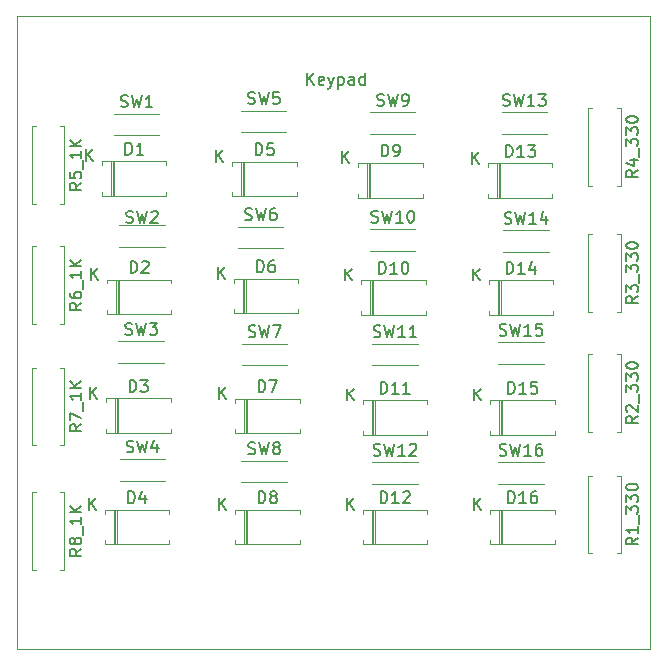
<source format=gbr>
%TF.GenerationSoftware,KiCad,Pcbnew,(6.0.10)*%
%TF.CreationDate,2023-01-21T21:44:47-06:00*%
%TF.ProjectId,Keypad,4b657970-6164-42e6-9b69-6361645f7063,rev?*%
%TF.SameCoordinates,Original*%
%TF.FileFunction,Legend,Top*%
%TF.FilePolarity,Positive*%
%FSLAX46Y46*%
G04 Gerber Fmt 4.6, Leading zero omitted, Abs format (unit mm)*
G04 Created by KiCad (PCBNEW (6.0.10)) date 2023-01-21 21:44:47*
%MOMM*%
%LPD*%
G01*
G04 APERTURE LIST*
%ADD10C,0.150000*%
%ADD11C,0.120000*%
G04 APERTURE END LIST*
D10*
%TO.C,D8*%
X131494304Y-85282180D02*
X131494304Y-84282180D01*
X131732400Y-84282180D01*
X131875257Y-84329800D01*
X131970495Y-84425038D01*
X132018114Y-84520276D01*
X132065733Y-84710752D01*
X132065733Y-84853609D01*
X132018114Y-85044085D01*
X131970495Y-85139323D01*
X131875257Y-85234561D01*
X131732400Y-85282180D01*
X131494304Y-85282180D01*
X132637161Y-84710752D02*
X132541923Y-84663133D01*
X132494304Y-84615514D01*
X132446685Y-84520276D01*
X132446685Y-84472657D01*
X132494304Y-84377419D01*
X132541923Y-84329800D01*
X132637161Y-84282180D01*
X132827638Y-84282180D01*
X132922876Y-84329800D01*
X132970495Y-84377419D01*
X133018114Y-84472657D01*
X133018114Y-84520276D01*
X132970495Y-84615514D01*
X132922876Y-84663133D01*
X132827638Y-84710752D01*
X132637161Y-84710752D01*
X132541923Y-84758371D01*
X132494304Y-84805990D01*
X132446685Y-84901228D01*
X132446685Y-85091704D01*
X132494304Y-85186942D01*
X132541923Y-85234561D01*
X132637161Y-85282180D01*
X132827638Y-85282180D01*
X132922876Y-85234561D01*
X132970495Y-85186942D01*
X133018114Y-85091704D01*
X133018114Y-84901228D01*
X132970495Y-84805990D01*
X132922876Y-84758371D01*
X132827638Y-84710752D01*
X128160495Y-85852180D02*
X128160495Y-84852180D01*
X128731923Y-85852180D02*
X128303352Y-85280752D01*
X128731923Y-84852180D02*
X128160495Y-85423609D01*
%TO.C,SW12*%
X141217876Y-81212561D02*
X141360733Y-81260180D01*
X141598828Y-81260180D01*
X141694066Y-81212561D01*
X141741685Y-81164942D01*
X141789304Y-81069704D01*
X141789304Y-80974466D01*
X141741685Y-80879228D01*
X141694066Y-80831609D01*
X141598828Y-80783990D01*
X141408352Y-80736371D01*
X141313114Y-80688752D01*
X141265495Y-80641133D01*
X141217876Y-80545895D01*
X141217876Y-80450657D01*
X141265495Y-80355419D01*
X141313114Y-80307800D01*
X141408352Y-80260180D01*
X141646447Y-80260180D01*
X141789304Y-80307800D01*
X142122638Y-80260180D02*
X142360733Y-81260180D01*
X142551209Y-80545895D01*
X142741685Y-81260180D01*
X142979780Y-80260180D01*
X143884542Y-81260180D02*
X143313114Y-81260180D01*
X143598828Y-81260180D02*
X143598828Y-80260180D01*
X143503590Y-80403038D01*
X143408352Y-80498276D01*
X143313114Y-80545895D01*
X144265495Y-80355419D02*
X144313114Y-80307800D01*
X144408352Y-80260180D01*
X144646447Y-80260180D01*
X144741685Y-80307800D01*
X144789304Y-80355419D01*
X144836923Y-80450657D01*
X144836923Y-80545895D01*
X144789304Y-80688752D01*
X144217876Y-81260180D01*
X144836923Y-81260180D01*
%TO.C,D16*%
X152608114Y-85282180D02*
X152608114Y-84282180D01*
X152846209Y-84282180D01*
X152989066Y-84329800D01*
X153084304Y-84425038D01*
X153131923Y-84520276D01*
X153179542Y-84710752D01*
X153179542Y-84853609D01*
X153131923Y-85044085D01*
X153084304Y-85139323D01*
X152989066Y-85234561D01*
X152846209Y-85282180D01*
X152608114Y-85282180D01*
X154131923Y-85282180D02*
X153560495Y-85282180D01*
X153846209Y-85282180D02*
X153846209Y-84282180D01*
X153750971Y-84425038D01*
X153655733Y-84520276D01*
X153560495Y-84567895D01*
X154989066Y-84282180D02*
X154798590Y-84282180D01*
X154703352Y-84329800D01*
X154655733Y-84377419D01*
X154560495Y-84520276D01*
X154512876Y-84710752D01*
X154512876Y-85091704D01*
X154560495Y-85186942D01*
X154608114Y-85234561D01*
X154703352Y-85282180D01*
X154893828Y-85282180D01*
X154989066Y-85234561D01*
X155036685Y-85186942D01*
X155084304Y-85091704D01*
X155084304Y-84853609D01*
X155036685Y-84758371D01*
X154989066Y-84710752D01*
X154893828Y-84663133D01*
X154703352Y-84663133D01*
X154608114Y-84710752D01*
X154560495Y-84758371D01*
X154512876Y-84853609D01*
X149750495Y-85852180D02*
X149750495Y-84852180D01*
X150321923Y-85852180D02*
X149893352Y-85280752D01*
X150321923Y-84852180D02*
X149750495Y-85423609D01*
%TO.C,R1_330*%
X163604380Y-88209190D02*
X163128190Y-88542523D01*
X163604380Y-88780619D02*
X162604380Y-88780619D01*
X162604380Y-88399666D01*
X162652000Y-88304428D01*
X162699619Y-88256809D01*
X162794857Y-88209190D01*
X162937714Y-88209190D01*
X163032952Y-88256809D01*
X163080571Y-88304428D01*
X163128190Y-88399666D01*
X163128190Y-88780619D01*
X163604380Y-87256809D02*
X163604380Y-87828238D01*
X163604380Y-87542523D02*
X162604380Y-87542523D01*
X162747238Y-87637761D01*
X162842476Y-87733000D01*
X162890095Y-87828238D01*
X163699619Y-87066333D02*
X163699619Y-86304428D01*
X162604380Y-86161571D02*
X162604380Y-85542523D01*
X162985333Y-85875857D01*
X162985333Y-85733000D01*
X163032952Y-85637761D01*
X163080571Y-85590142D01*
X163175809Y-85542523D01*
X163413904Y-85542523D01*
X163509142Y-85590142D01*
X163556761Y-85637761D01*
X163604380Y-85733000D01*
X163604380Y-86018714D01*
X163556761Y-86113952D01*
X163509142Y-86161571D01*
X162604380Y-85209190D02*
X162604380Y-84590142D01*
X162985333Y-84923476D01*
X162985333Y-84780619D01*
X163032952Y-84685380D01*
X163080571Y-84637761D01*
X163175809Y-84590142D01*
X163413904Y-84590142D01*
X163509142Y-84637761D01*
X163556761Y-84685380D01*
X163604380Y-84780619D01*
X163604380Y-85066333D01*
X163556761Y-85161571D01*
X163509142Y-85209190D01*
X162604380Y-83971095D02*
X162604380Y-83875857D01*
X162652000Y-83780619D01*
X162699619Y-83733000D01*
X162794857Y-83685380D01*
X162985333Y-83637761D01*
X163223428Y-83637761D01*
X163413904Y-83685380D01*
X163509142Y-83733000D01*
X163556761Y-83780619D01*
X163604380Y-83875857D01*
X163604380Y-83971095D01*
X163556761Y-84066333D01*
X163509142Y-84113952D01*
X163413904Y-84161571D01*
X163223428Y-84209190D01*
X162985333Y-84209190D01*
X162794857Y-84161571D01*
X162699619Y-84113952D01*
X162652000Y-84066333D01*
X162604380Y-83971095D01*
%TO.C,D13*%
X152430314Y-55970580D02*
X152430314Y-54970580D01*
X152668409Y-54970580D01*
X152811266Y-55018200D01*
X152906504Y-55113438D01*
X152954123Y-55208676D01*
X153001742Y-55399152D01*
X153001742Y-55542009D01*
X152954123Y-55732485D01*
X152906504Y-55827723D01*
X152811266Y-55922961D01*
X152668409Y-55970580D01*
X152430314Y-55970580D01*
X153954123Y-55970580D02*
X153382695Y-55970580D01*
X153668409Y-55970580D02*
X153668409Y-54970580D01*
X153573171Y-55113438D01*
X153477933Y-55208676D01*
X153382695Y-55256295D01*
X154287457Y-54970580D02*
X154906504Y-54970580D01*
X154573171Y-55351533D01*
X154716028Y-55351533D01*
X154811266Y-55399152D01*
X154858885Y-55446771D01*
X154906504Y-55542009D01*
X154906504Y-55780104D01*
X154858885Y-55875342D01*
X154811266Y-55922961D01*
X154716028Y-55970580D01*
X154430314Y-55970580D01*
X154335076Y-55922961D01*
X154287457Y-55875342D01*
X149572695Y-56540580D02*
X149572695Y-55540580D01*
X150144123Y-56540580D02*
X149715552Y-55969152D01*
X150144123Y-55540580D02*
X149572695Y-56112009D01*
%TO.C,SW14*%
X152317676Y-61578361D02*
X152460533Y-61625980D01*
X152698628Y-61625980D01*
X152793866Y-61578361D01*
X152841485Y-61530742D01*
X152889104Y-61435504D01*
X152889104Y-61340266D01*
X152841485Y-61245028D01*
X152793866Y-61197409D01*
X152698628Y-61149790D01*
X152508152Y-61102171D01*
X152412914Y-61054552D01*
X152365295Y-61006933D01*
X152317676Y-60911695D01*
X152317676Y-60816457D01*
X152365295Y-60721219D01*
X152412914Y-60673600D01*
X152508152Y-60625980D01*
X152746247Y-60625980D01*
X152889104Y-60673600D01*
X153222438Y-60625980D02*
X153460533Y-61625980D01*
X153651009Y-60911695D01*
X153841485Y-61625980D01*
X154079580Y-60625980D01*
X154984342Y-61625980D02*
X154412914Y-61625980D01*
X154698628Y-61625980D02*
X154698628Y-60625980D01*
X154603390Y-60768838D01*
X154508152Y-60864076D01*
X154412914Y-60911695D01*
X155841485Y-60959314D02*
X155841485Y-61625980D01*
X155603390Y-60578361D02*
X155365295Y-61292647D01*
X155984342Y-61292647D01*
%TO.C,D7*%
X131494304Y-75884180D02*
X131494304Y-74884180D01*
X131732400Y-74884180D01*
X131875257Y-74931800D01*
X131970495Y-75027038D01*
X132018114Y-75122276D01*
X132065733Y-75312752D01*
X132065733Y-75455609D01*
X132018114Y-75646085D01*
X131970495Y-75741323D01*
X131875257Y-75836561D01*
X131732400Y-75884180D01*
X131494304Y-75884180D01*
X132399066Y-74884180D02*
X133065733Y-74884180D01*
X132637161Y-75884180D01*
X128160495Y-76454180D02*
X128160495Y-75454180D01*
X128731923Y-76454180D02*
X128303352Y-75882752D01*
X128731923Y-75454180D02*
X128160495Y-76025609D01*
%TO.C,SW6*%
X130340266Y-61273561D02*
X130483123Y-61321180D01*
X130721219Y-61321180D01*
X130816457Y-61273561D01*
X130864076Y-61225942D01*
X130911695Y-61130704D01*
X130911695Y-61035466D01*
X130864076Y-60940228D01*
X130816457Y-60892609D01*
X130721219Y-60844990D01*
X130530742Y-60797371D01*
X130435504Y-60749752D01*
X130387885Y-60702133D01*
X130340266Y-60606895D01*
X130340266Y-60511657D01*
X130387885Y-60416419D01*
X130435504Y-60368800D01*
X130530742Y-60321180D01*
X130768838Y-60321180D01*
X130911695Y-60368800D01*
X131245028Y-60321180D02*
X131483123Y-61321180D01*
X131673600Y-60606895D01*
X131864076Y-61321180D01*
X132102171Y-60321180D01*
X132911695Y-60321180D02*
X132721219Y-60321180D01*
X132625980Y-60368800D01*
X132578361Y-60416419D01*
X132483123Y-60559276D01*
X132435504Y-60749752D01*
X132435504Y-61130704D01*
X132483123Y-61225942D01*
X132530742Y-61273561D01*
X132625980Y-61321180D01*
X132816457Y-61321180D01*
X132911695Y-61273561D01*
X132959314Y-61225942D01*
X133006933Y-61130704D01*
X133006933Y-60892609D01*
X132959314Y-60797371D01*
X132911695Y-60749752D01*
X132816457Y-60702133D01*
X132625980Y-60702133D01*
X132530742Y-60749752D01*
X132483123Y-60797371D01*
X132435504Y-60892609D01*
%TO.C,SW9*%
X141516266Y-51596161D02*
X141659123Y-51643780D01*
X141897219Y-51643780D01*
X141992457Y-51596161D01*
X142040076Y-51548542D01*
X142087695Y-51453304D01*
X142087695Y-51358066D01*
X142040076Y-51262828D01*
X141992457Y-51215209D01*
X141897219Y-51167590D01*
X141706742Y-51119971D01*
X141611504Y-51072352D01*
X141563885Y-51024733D01*
X141516266Y-50929495D01*
X141516266Y-50834257D01*
X141563885Y-50739019D01*
X141611504Y-50691400D01*
X141706742Y-50643780D01*
X141944838Y-50643780D01*
X142087695Y-50691400D01*
X142421028Y-50643780D02*
X142659123Y-51643780D01*
X142849600Y-50929495D01*
X143040076Y-51643780D01*
X143278171Y-50643780D01*
X143706742Y-51643780D02*
X143897219Y-51643780D01*
X143992457Y-51596161D01*
X144040076Y-51548542D01*
X144135314Y-51405685D01*
X144182933Y-51215209D01*
X144182933Y-50834257D01*
X144135314Y-50739019D01*
X144087695Y-50691400D01*
X143992457Y-50643780D01*
X143801980Y-50643780D01*
X143706742Y-50691400D01*
X143659123Y-50739019D01*
X143611504Y-50834257D01*
X143611504Y-51072352D01*
X143659123Y-51167590D01*
X143706742Y-51215209D01*
X143801980Y-51262828D01*
X143992457Y-51262828D01*
X144087695Y-51215209D01*
X144135314Y-51167590D01*
X144182933Y-51072352D01*
%TO.C,D6*%
X131367304Y-65724180D02*
X131367304Y-64724180D01*
X131605400Y-64724180D01*
X131748257Y-64771800D01*
X131843495Y-64867038D01*
X131891114Y-64962276D01*
X131938733Y-65152752D01*
X131938733Y-65295609D01*
X131891114Y-65486085D01*
X131843495Y-65581323D01*
X131748257Y-65676561D01*
X131605400Y-65724180D01*
X131367304Y-65724180D01*
X132795876Y-64724180D02*
X132605400Y-64724180D01*
X132510161Y-64771800D01*
X132462542Y-64819419D01*
X132367304Y-64962276D01*
X132319685Y-65152752D01*
X132319685Y-65533704D01*
X132367304Y-65628942D01*
X132414923Y-65676561D01*
X132510161Y-65724180D01*
X132700638Y-65724180D01*
X132795876Y-65676561D01*
X132843495Y-65628942D01*
X132891114Y-65533704D01*
X132891114Y-65295609D01*
X132843495Y-65200371D01*
X132795876Y-65152752D01*
X132700638Y-65105133D01*
X132510161Y-65105133D01*
X132414923Y-65152752D01*
X132367304Y-65200371D01*
X132319685Y-65295609D01*
X128033495Y-66294180D02*
X128033495Y-65294180D01*
X128604923Y-66294180D02*
X128176352Y-65722752D01*
X128604923Y-65294180D02*
X128033495Y-65865609D01*
%TO.C,SW11*%
X141217876Y-71179561D02*
X141360733Y-71227180D01*
X141598828Y-71227180D01*
X141694066Y-71179561D01*
X141741685Y-71131942D01*
X141789304Y-71036704D01*
X141789304Y-70941466D01*
X141741685Y-70846228D01*
X141694066Y-70798609D01*
X141598828Y-70750990D01*
X141408352Y-70703371D01*
X141313114Y-70655752D01*
X141265495Y-70608133D01*
X141217876Y-70512895D01*
X141217876Y-70417657D01*
X141265495Y-70322419D01*
X141313114Y-70274800D01*
X141408352Y-70227180D01*
X141646447Y-70227180D01*
X141789304Y-70274800D01*
X142122638Y-70227180D02*
X142360733Y-71227180D01*
X142551209Y-70512895D01*
X142741685Y-71227180D01*
X142979780Y-70227180D01*
X143884542Y-71227180D02*
X143313114Y-71227180D01*
X143598828Y-71227180D02*
X143598828Y-70227180D01*
X143503590Y-70370038D01*
X143408352Y-70465276D01*
X143313114Y-70512895D01*
X144836923Y-71227180D02*
X144265495Y-71227180D01*
X144551209Y-71227180D02*
X144551209Y-70227180D01*
X144455971Y-70370038D01*
X144360733Y-70465276D01*
X144265495Y-70512895D01*
%TO.C,R2_330*%
X163604380Y-77922190D02*
X163128190Y-78255523D01*
X163604380Y-78493619D02*
X162604380Y-78493619D01*
X162604380Y-78112666D01*
X162652000Y-78017428D01*
X162699619Y-77969809D01*
X162794857Y-77922190D01*
X162937714Y-77922190D01*
X163032952Y-77969809D01*
X163080571Y-78017428D01*
X163128190Y-78112666D01*
X163128190Y-78493619D01*
X162699619Y-77541238D02*
X162652000Y-77493619D01*
X162604380Y-77398380D01*
X162604380Y-77160285D01*
X162652000Y-77065047D01*
X162699619Y-77017428D01*
X162794857Y-76969809D01*
X162890095Y-76969809D01*
X163032952Y-77017428D01*
X163604380Y-77588857D01*
X163604380Y-76969809D01*
X163699619Y-76779333D02*
X163699619Y-76017428D01*
X162604380Y-75874571D02*
X162604380Y-75255523D01*
X162985333Y-75588857D01*
X162985333Y-75446000D01*
X163032952Y-75350761D01*
X163080571Y-75303142D01*
X163175809Y-75255523D01*
X163413904Y-75255523D01*
X163509142Y-75303142D01*
X163556761Y-75350761D01*
X163604380Y-75446000D01*
X163604380Y-75731714D01*
X163556761Y-75826952D01*
X163509142Y-75874571D01*
X162604380Y-74922190D02*
X162604380Y-74303142D01*
X162985333Y-74636476D01*
X162985333Y-74493619D01*
X163032952Y-74398380D01*
X163080571Y-74350761D01*
X163175809Y-74303142D01*
X163413904Y-74303142D01*
X163509142Y-74350761D01*
X163556761Y-74398380D01*
X163604380Y-74493619D01*
X163604380Y-74779333D01*
X163556761Y-74874571D01*
X163509142Y-74922190D01*
X162604380Y-73684095D02*
X162604380Y-73588857D01*
X162652000Y-73493619D01*
X162699619Y-73446000D01*
X162794857Y-73398380D01*
X162985333Y-73350761D01*
X163223428Y-73350761D01*
X163413904Y-73398380D01*
X163509142Y-73446000D01*
X163556761Y-73493619D01*
X163604380Y-73588857D01*
X163604380Y-73684095D01*
X163556761Y-73779333D01*
X163509142Y-73826952D01*
X163413904Y-73874571D01*
X163223428Y-73922190D01*
X162985333Y-73922190D01*
X162794857Y-73874571D01*
X162699619Y-73826952D01*
X162652000Y-73779333D01*
X162604380Y-73684095D01*
%TO.C,R3_330*%
X163604380Y-67762190D02*
X163128190Y-68095523D01*
X163604380Y-68333619D02*
X162604380Y-68333619D01*
X162604380Y-67952666D01*
X162652000Y-67857428D01*
X162699619Y-67809809D01*
X162794857Y-67762190D01*
X162937714Y-67762190D01*
X163032952Y-67809809D01*
X163080571Y-67857428D01*
X163128190Y-67952666D01*
X163128190Y-68333619D01*
X162604380Y-67428857D02*
X162604380Y-66809809D01*
X162985333Y-67143142D01*
X162985333Y-67000285D01*
X163032952Y-66905047D01*
X163080571Y-66857428D01*
X163175809Y-66809809D01*
X163413904Y-66809809D01*
X163509142Y-66857428D01*
X163556761Y-66905047D01*
X163604380Y-67000285D01*
X163604380Y-67286000D01*
X163556761Y-67381238D01*
X163509142Y-67428857D01*
X163699619Y-66619333D02*
X163699619Y-65857428D01*
X162604380Y-65714571D02*
X162604380Y-65095523D01*
X162985333Y-65428857D01*
X162985333Y-65286000D01*
X163032952Y-65190761D01*
X163080571Y-65143142D01*
X163175809Y-65095523D01*
X163413904Y-65095523D01*
X163509142Y-65143142D01*
X163556761Y-65190761D01*
X163604380Y-65286000D01*
X163604380Y-65571714D01*
X163556761Y-65666952D01*
X163509142Y-65714571D01*
X162604380Y-64762190D02*
X162604380Y-64143142D01*
X162985333Y-64476476D01*
X162985333Y-64333619D01*
X163032952Y-64238380D01*
X163080571Y-64190761D01*
X163175809Y-64143142D01*
X163413904Y-64143142D01*
X163509142Y-64190761D01*
X163556761Y-64238380D01*
X163604380Y-64333619D01*
X163604380Y-64619333D01*
X163556761Y-64714571D01*
X163509142Y-64762190D01*
X162604380Y-63524095D02*
X162604380Y-63428857D01*
X162652000Y-63333619D01*
X162699619Y-63286000D01*
X162794857Y-63238380D01*
X162985333Y-63190761D01*
X163223428Y-63190761D01*
X163413904Y-63238380D01*
X163509142Y-63286000D01*
X163556761Y-63333619D01*
X163604380Y-63428857D01*
X163604380Y-63524095D01*
X163556761Y-63619333D01*
X163509142Y-63666952D01*
X163413904Y-63714571D01*
X163223428Y-63762190D01*
X162985333Y-63762190D01*
X162794857Y-63714571D01*
X162699619Y-63666952D01*
X162652000Y-63619333D01*
X162604380Y-63524095D01*
%TO.C,D1*%
X120216704Y-55767380D02*
X120216704Y-54767380D01*
X120454800Y-54767380D01*
X120597657Y-54815000D01*
X120692895Y-54910238D01*
X120740514Y-55005476D01*
X120788133Y-55195952D01*
X120788133Y-55338809D01*
X120740514Y-55529285D01*
X120692895Y-55624523D01*
X120597657Y-55719761D01*
X120454800Y-55767380D01*
X120216704Y-55767380D01*
X121740514Y-55767380D02*
X121169085Y-55767380D01*
X121454800Y-55767380D02*
X121454800Y-54767380D01*
X121359561Y-54910238D01*
X121264323Y-55005476D01*
X121169085Y-55053095D01*
X116882895Y-56337380D02*
X116882895Y-55337380D01*
X117454323Y-56337380D02*
X117025752Y-55765952D01*
X117454323Y-55337380D02*
X116882895Y-55908809D01*
%TO.C,D9*%
X141908304Y-55919780D02*
X141908304Y-54919780D01*
X142146400Y-54919780D01*
X142289257Y-54967400D01*
X142384495Y-55062638D01*
X142432114Y-55157876D01*
X142479733Y-55348352D01*
X142479733Y-55491209D01*
X142432114Y-55681685D01*
X142384495Y-55776923D01*
X142289257Y-55872161D01*
X142146400Y-55919780D01*
X141908304Y-55919780D01*
X142955923Y-55919780D02*
X143146400Y-55919780D01*
X143241638Y-55872161D01*
X143289257Y-55824542D01*
X143384495Y-55681685D01*
X143432114Y-55491209D01*
X143432114Y-55110257D01*
X143384495Y-55015019D01*
X143336876Y-54967400D01*
X143241638Y-54919780D01*
X143051161Y-54919780D01*
X142955923Y-54967400D01*
X142908304Y-55015019D01*
X142860685Y-55110257D01*
X142860685Y-55348352D01*
X142908304Y-55443590D01*
X142955923Y-55491209D01*
X143051161Y-55538828D01*
X143241638Y-55538828D01*
X143336876Y-55491209D01*
X143384495Y-55443590D01*
X143432114Y-55348352D01*
X138574495Y-56489780D02*
X138574495Y-55489780D01*
X139145923Y-56489780D02*
X138717352Y-55918352D01*
X139145923Y-55489780D02*
X138574495Y-56061209D01*
%TO.C,D10*%
X141686114Y-65851180D02*
X141686114Y-64851180D01*
X141924209Y-64851180D01*
X142067066Y-64898800D01*
X142162304Y-64994038D01*
X142209923Y-65089276D01*
X142257542Y-65279752D01*
X142257542Y-65422609D01*
X142209923Y-65613085D01*
X142162304Y-65708323D01*
X142067066Y-65803561D01*
X141924209Y-65851180D01*
X141686114Y-65851180D01*
X143209923Y-65851180D02*
X142638495Y-65851180D01*
X142924209Y-65851180D02*
X142924209Y-64851180D01*
X142828971Y-64994038D01*
X142733733Y-65089276D01*
X142638495Y-65136895D01*
X143828971Y-64851180D02*
X143924209Y-64851180D01*
X144019447Y-64898800D01*
X144067066Y-64946419D01*
X144114685Y-65041657D01*
X144162304Y-65232133D01*
X144162304Y-65470228D01*
X144114685Y-65660704D01*
X144067066Y-65755942D01*
X144019447Y-65803561D01*
X143924209Y-65851180D01*
X143828971Y-65851180D01*
X143733733Y-65803561D01*
X143686114Y-65755942D01*
X143638495Y-65660704D01*
X143590876Y-65470228D01*
X143590876Y-65232133D01*
X143638495Y-65041657D01*
X143686114Y-64946419D01*
X143733733Y-64898800D01*
X143828971Y-64851180D01*
X138828495Y-66421180D02*
X138828495Y-65421180D01*
X139399923Y-66421180D02*
X138971352Y-65849752D01*
X139399923Y-65421180D02*
X138828495Y-65992609D01*
%TO.C,D14*%
X152481114Y-65851180D02*
X152481114Y-64851180D01*
X152719209Y-64851180D01*
X152862066Y-64898800D01*
X152957304Y-64994038D01*
X153004923Y-65089276D01*
X153052542Y-65279752D01*
X153052542Y-65422609D01*
X153004923Y-65613085D01*
X152957304Y-65708323D01*
X152862066Y-65803561D01*
X152719209Y-65851180D01*
X152481114Y-65851180D01*
X154004923Y-65851180D02*
X153433495Y-65851180D01*
X153719209Y-65851180D02*
X153719209Y-64851180D01*
X153623971Y-64994038D01*
X153528733Y-65089276D01*
X153433495Y-65136895D01*
X154862066Y-65184514D02*
X154862066Y-65851180D01*
X154623971Y-64803561D02*
X154385876Y-65517847D01*
X155004923Y-65517847D01*
X149623495Y-66421180D02*
X149623495Y-65421180D01*
X150194923Y-66421180D02*
X149766352Y-65849752D01*
X150194923Y-65421180D02*
X149623495Y-65992609D01*
%TO.C,D4*%
X120445304Y-85282180D02*
X120445304Y-84282180D01*
X120683400Y-84282180D01*
X120826257Y-84329800D01*
X120921495Y-84425038D01*
X120969114Y-84520276D01*
X121016733Y-84710752D01*
X121016733Y-84853609D01*
X120969114Y-85044085D01*
X120921495Y-85139323D01*
X120826257Y-85234561D01*
X120683400Y-85282180D01*
X120445304Y-85282180D01*
X121873876Y-84615514D02*
X121873876Y-85282180D01*
X121635780Y-84234561D02*
X121397685Y-84948847D01*
X122016733Y-84948847D01*
X117111495Y-85852180D02*
X117111495Y-84852180D01*
X117682923Y-85852180D02*
X117254352Y-85280752D01*
X117682923Y-84852180D02*
X117111495Y-85423609D01*
%TO.C,D11*%
X141813114Y-76011180D02*
X141813114Y-75011180D01*
X142051209Y-75011180D01*
X142194066Y-75058800D01*
X142289304Y-75154038D01*
X142336923Y-75249276D01*
X142384542Y-75439752D01*
X142384542Y-75582609D01*
X142336923Y-75773085D01*
X142289304Y-75868323D01*
X142194066Y-75963561D01*
X142051209Y-76011180D01*
X141813114Y-76011180D01*
X143336923Y-76011180D02*
X142765495Y-76011180D01*
X143051209Y-76011180D02*
X143051209Y-75011180D01*
X142955971Y-75154038D01*
X142860733Y-75249276D01*
X142765495Y-75296895D01*
X144289304Y-76011180D02*
X143717876Y-76011180D01*
X144003590Y-76011180D02*
X144003590Y-75011180D01*
X143908352Y-75154038D01*
X143813114Y-75249276D01*
X143717876Y-75296895D01*
X138955495Y-76581180D02*
X138955495Y-75581180D01*
X139526923Y-76581180D02*
X139098352Y-76009752D01*
X139526923Y-75581180D02*
X138955495Y-76152609D01*
%TO.C,SW15*%
X151885876Y-71052561D02*
X152028733Y-71100180D01*
X152266828Y-71100180D01*
X152362066Y-71052561D01*
X152409685Y-71004942D01*
X152457304Y-70909704D01*
X152457304Y-70814466D01*
X152409685Y-70719228D01*
X152362066Y-70671609D01*
X152266828Y-70623990D01*
X152076352Y-70576371D01*
X151981114Y-70528752D01*
X151933495Y-70481133D01*
X151885876Y-70385895D01*
X151885876Y-70290657D01*
X151933495Y-70195419D01*
X151981114Y-70147800D01*
X152076352Y-70100180D01*
X152314447Y-70100180D01*
X152457304Y-70147800D01*
X152790638Y-70100180D02*
X153028733Y-71100180D01*
X153219209Y-70385895D01*
X153409685Y-71100180D01*
X153647780Y-70100180D01*
X154552542Y-71100180D02*
X153981114Y-71100180D01*
X154266828Y-71100180D02*
X154266828Y-70100180D01*
X154171590Y-70243038D01*
X154076352Y-70338276D01*
X153981114Y-70385895D01*
X155457304Y-70100180D02*
X154981114Y-70100180D01*
X154933495Y-70576371D01*
X154981114Y-70528752D01*
X155076352Y-70481133D01*
X155314447Y-70481133D01*
X155409685Y-70528752D01*
X155457304Y-70576371D01*
X155504923Y-70671609D01*
X155504923Y-70909704D01*
X155457304Y-71004942D01*
X155409685Y-71052561D01*
X155314447Y-71100180D01*
X155076352Y-71100180D01*
X154981114Y-71052561D01*
X154933495Y-71004942D01*
%TO.C,R5_1K*%
X116487380Y-58165809D02*
X116011190Y-58499142D01*
X116487380Y-58737238D02*
X115487380Y-58737238D01*
X115487380Y-58356285D01*
X115535000Y-58261047D01*
X115582619Y-58213428D01*
X115677857Y-58165809D01*
X115820714Y-58165809D01*
X115915952Y-58213428D01*
X115963571Y-58261047D01*
X116011190Y-58356285D01*
X116011190Y-58737238D01*
X115487380Y-57261047D02*
X115487380Y-57737238D01*
X115963571Y-57784857D01*
X115915952Y-57737238D01*
X115868333Y-57642000D01*
X115868333Y-57403904D01*
X115915952Y-57308666D01*
X115963571Y-57261047D01*
X116058809Y-57213428D01*
X116296904Y-57213428D01*
X116392142Y-57261047D01*
X116439761Y-57308666D01*
X116487380Y-57403904D01*
X116487380Y-57642000D01*
X116439761Y-57737238D01*
X116392142Y-57784857D01*
X116582619Y-57022952D02*
X116582619Y-56261047D01*
X116487380Y-55499142D02*
X116487380Y-56070571D01*
X116487380Y-55784857D02*
X115487380Y-55784857D01*
X115630238Y-55880095D01*
X115725476Y-55975333D01*
X115773095Y-56070571D01*
X116487380Y-55070571D02*
X115487380Y-55070571D01*
X116487380Y-54499142D02*
X115915952Y-54927714D01*
X115487380Y-54499142D02*
X116058809Y-55070571D01*
%TO.C,D3*%
X120572304Y-75858780D02*
X120572304Y-74858780D01*
X120810400Y-74858780D01*
X120953257Y-74906400D01*
X121048495Y-75001638D01*
X121096114Y-75096876D01*
X121143733Y-75287352D01*
X121143733Y-75430209D01*
X121096114Y-75620685D01*
X121048495Y-75715923D01*
X120953257Y-75811161D01*
X120810400Y-75858780D01*
X120572304Y-75858780D01*
X121477066Y-74858780D02*
X122096114Y-74858780D01*
X121762780Y-75239733D01*
X121905638Y-75239733D01*
X122000876Y-75287352D01*
X122048495Y-75334971D01*
X122096114Y-75430209D01*
X122096114Y-75668304D01*
X122048495Y-75763542D01*
X122000876Y-75811161D01*
X121905638Y-75858780D01*
X121619923Y-75858780D01*
X121524685Y-75811161D01*
X121477066Y-75763542D01*
X117238495Y-76428780D02*
X117238495Y-75428780D01*
X117809923Y-76428780D02*
X117381352Y-75857352D01*
X117809923Y-75428780D02*
X117238495Y-76000209D01*
%TO.C,D5*%
X131240304Y-55818180D02*
X131240304Y-54818180D01*
X131478400Y-54818180D01*
X131621257Y-54865800D01*
X131716495Y-54961038D01*
X131764114Y-55056276D01*
X131811733Y-55246752D01*
X131811733Y-55389609D01*
X131764114Y-55580085D01*
X131716495Y-55675323D01*
X131621257Y-55770561D01*
X131478400Y-55818180D01*
X131240304Y-55818180D01*
X132716495Y-54818180D02*
X132240304Y-54818180D01*
X132192685Y-55294371D01*
X132240304Y-55246752D01*
X132335542Y-55199133D01*
X132573638Y-55199133D01*
X132668876Y-55246752D01*
X132716495Y-55294371D01*
X132764114Y-55389609D01*
X132764114Y-55627704D01*
X132716495Y-55722942D01*
X132668876Y-55770561D01*
X132573638Y-55818180D01*
X132335542Y-55818180D01*
X132240304Y-55770561D01*
X132192685Y-55722942D01*
X127906495Y-56388180D02*
X127906495Y-55388180D01*
X128477923Y-56388180D02*
X128049352Y-55816752D01*
X128477923Y-55388180D02*
X127906495Y-55959609D01*
%TO.C,D12*%
X141813114Y-85282180D02*
X141813114Y-84282180D01*
X142051209Y-84282180D01*
X142194066Y-84329800D01*
X142289304Y-84425038D01*
X142336923Y-84520276D01*
X142384542Y-84710752D01*
X142384542Y-84853609D01*
X142336923Y-85044085D01*
X142289304Y-85139323D01*
X142194066Y-85234561D01*
X142051209Y-85282180D01*
X141813114Y-85282180D01*
X143336923Y-85282180D02*
X142765495Y-85282180D01*
X143051209Y-85282180D02*
X143051209Y-84282180D01*
X142955971Y-84425038D01*
X142860733Y-84520276D01*
X142765495Y-84567895D01*
X143717876Y-84377419D02*
X143765495Y-84329800D01*
X143860733Y-84282180D01*
X144098828Y-84282180D01*
X144194066Y-84329800D01*
X144241685Y-84377419D01*
X144289304Y-84472657D01*
X144289304Y-84567895D01*
X144241685Y-84710752D01*
X143670257Y-85282180D01*
X144289304Y-85282180D01*
X138955495Y-85852180D02*
X138955495Y-84852180D01*
X139526923Y-85852180D02*
X139098352Y-85280752D01*
X139526923Y-84852180D02*
X138955495Y-85423609D01*
%TO.C,SW13*%
X152165276Y-51596161D02*
X152308133Y-51643780D01*
X152546228Y-51643780D01*
X152641466Y-51596161D01*
X152689085Y-51548542D01*
X152736704Y-51453304D01*
X152736704Y-51358066D01*
X152689085Y-51262828D01*
X152641466Y-51215209D01*
X152546228Y-51167590D01*
X152355752Y-51119971D01*
X152260514Y-51072352D01*
X152212895Y-51024733D01*
X152165276Y-50929495D01*
X152165276Y-50834257D01*
X152212895Y-50739019D01*
X152260514Y-50691400D01*
X152355752Y-50643780D01*
X152593847Y-50643780D01*
X152736704Y-50691400D01*
X153070038Y-50643780D02*
X153308133Y-51643780D01*
X153498609Y-50929495D01*
X153689085Y-51643780D01*
X153927180Y-50643780D01*
X154831942Y-51643780D02*
X154260514Y-51643780D01*
X154546228Y-51643780D02*
X154546228Y-50643780D01*
X154450990Y-50786638D01*
X154355752Y-50881876D01*
X154260514Y-50929495D01*
X155165276Y-50643780D02*
X155784323Y-50643780D01*
X155450990Y-51024733D01*
X155593847Y-51024733D01*
X155689085Y-51072352D01*
X155736704Y-51119971D01*
X155784323Y-51215209D01*
X155784323Y-51453304D01*
X155736704Y-51548542D01*
X155689085Y-51596161D01*
X155593847Y-51643780D01*
X155308133Y-51643780D01*
X155212895Y-51596161D01*
X155165276Y-51548542D01*
%TO.C,SW5*%
X130594266Y-51443761D02*
X130737123Y-51491380D01*
X130975219Y-51491380D01*
X131070457Y-51443761D01*
X131118076Y-51396142D01*
X131165695Y-51300904D01*
X131165695Y-51205666D01*
X131118076Y-51110428D01*
X131070457Y-51062809D01*
X130975219Y-51015190D01*
X130784742Y-50967571D01*
X130689504Y-50919952D01*
X130641885Y-50872333D01*
X130594266Y-50777095D01*
X130594266Y-50681857D01*
X130641885Y-50586619D01*
X130689504Y-50539000D01*
X130784742Y-50491380D01*
X131022838Y-50491380D01*
X131165695Y-50539000D01*
X131499028Y-50491380D02*
X131737123Y-51491380D01*
X131927600Y-50777095D01*
X132118076Y-51491380D01*
X132356171Y-50491380D01*
X133213314Y-50491380D02*
X132737123Y-50491380D01*
X132689504Y-50967571D01*
X132737123Y-50919952D01*
X132832361Y-50872333D01*
X133070457Y-50872333D01*
X133165695Y-50919952D01*
X133213314Y-50967571D01*
X133260933Y-51062809D01*
X133260933Y-51300904D01*
X133213314Y-51396142D01*
X133165695Y-51443761D01*
X133070457Y-51491380D01*
X132832361Y-51491380D01*
X132737123Y-51443761D01*
X132689504Y-51396142D01*
%TO.C,Keypad*%
X135620428Y-49855380D02*
X135620428Y-48855380D01*
X136191857Y-49855380D02*
X135763285Y-49283952D01*
X136191857Y-48855380D02*
X135620428Y-49426809D01*
X137001380Y-49807761D02*
X136906142Y-49855380D01*
X136715666Y-49855380D01*
X136620428Y-49807761D01*
X136572809Y-49712523D01*
X136572809Y-49331571D01*
X136620428Y-49236333D01*
X136715666Y-49188714D01*
X136906142Y-49188714D01*
X137001380Y-49236333D01*
X137049000Y-49331571D01*
X137049000Y-49426809D01*
X136572809Y-49522047D01*
X137382333Y-49188714D02*
X137620428Y-49855380D01*
X137858523Y-49188714D02*
X137620428Y-49855380D01*
X137525190Y-50093476D01*
X137477571Y-50141095D01*
X137382333Y-50188714D01*
X138239476Y-49188714D02*
X138239476Y-50188714D01*
X138239476Y-49236333D02*
X138334714Y-49188714D01*
X138525190Y-49188714D01*
X138620428Y-49236333D01*
X138668047Y-49283952D01*
X138715666Y-49379190D01*
X138715666Y-49664904D01*
X138668047Y-49760142D01*
X138620428Y-49807761D01*
X138525190Y-49855380D01*
X138334714Y-49855380D01*
X138239476Y-49807761D01*
X139572809Y-49855380D02*
X139572809Y-49331571D01*
X139525190Y-49236333D01*
X139429952Y-49188714D01*
X139239476Y-49188714D01*
X139144238Y-49236333D01*
X139572809Y-49807761D02*
X139477571Y-49855380D01*
X139239476Y-49855380D01*
X139144238Y-49807761D01*
X139096619Y-49712523D01*
X139096619Y-49617285D01*
X139144238Y-49522047D01*
X139239476Y-49474428D01*
X139477571Y-49474428D01*
X139572809Y-49426809D01*
X140477571Y-49855380D02*
X140477571Y-48855380D01*
X140477571Y-49807761D02*
X140382333Y-49855380D01*
X140191857Y-49855380D01*
X140096619Y-49807761D01*
X140049000Y-49760142D01*
X140001380Y-49664904D01*
X140001380Y-49379190D01*
X140049000Y-49283952D01*
X140096619Y-49236333D01*
X140191857Y-49188714D01*
X140382333Y-49188714D01*
X140477571Y-49236333D01*
%TO.C,SW10*%
X141040076Y-61476761D02*
X141182933Y-61524380D01*
X141421028Y-61524380D01*
X141516266Y-61476761D01*
X141563885Y-61429142D01*
X141611504Y-61333904D01*
X141611504Y-61238666D01*
X141563885Y-61143428D01*
X141516266Y-61095809D01*
X141421028Y-61048190D01*
X141230552Y-61000571D01*
X141135314Y-60952952D01*
X141087695Y-60905333D01*
X141040076Y-60810095D01*
X141040076Y-60714857D01*
X141087695Y-60619619D01*
X141135314Y-60572000D01*
X141230552Y-60524380D01*
X141468647Y-60524380D01*
X141611504Y-60572000D01*
X141944838Y-60524380D02*
X142182933Y-61524380D01*
X142373409Y-60810095D01*
X142563885Y-61524380D01*
X142801980Y-60524380D01*
X143706742Y-61524380D02*
X143135314Y-61524380D01*
X143421028Y-61524380D02*
X143421028Y-60524380D01*
X143325790Y-60667238D01*
X143230552Y-60762476D01*
X143135314Y-60810095D01*
X144325790Y-60524380D02*
X144421028Y-60524380D01*
X144516266Y-60572000D01*
X144563885Y-60619619D01*
X144611504Y-60714857D01*
X144659123Y-60905333D01*
X144659123Y-61143428D01*
X144611504Y-61333904D01*
X144563885Y-61429142D01*
X144516266Y-61476761D01*
X144421028Y-61524380D01*
X144325790Y-61524380D01*
X144230552Y-61476761D01*
X144182933Y-61429142D01*
X144135314Y-61333904D01*
X144087695Y-61143428D01*
X144087695Y-60905333D01*
X144135314Y-60714857D01*
X144182933Y-60619619D01*
X144230552Y-60572000D01*
X144325790Y-60524380D01*
%TO.C,SW16*%
X151885876Y-81212561D02*
X152028733Y-81260180D01*
X152266828Y-81260180D01*
X152362066Y-81212561D01*
X152409685Y-81164942D01*
X152457304Y-81069704D01*
X152457304Y-80974466D01*
X152409685Y-80879228D01*
X152362066Y-80831609D01*
X152266828Y-80783990D01*
X152076352Y-80736371D01*
X151981114Y-80688752D01*
X151933495Y-80641133D01*
X151885876Y-80545895D01*
X151885876Y-80450657D01*
X151933495Y-80355419D01*
X151981114Y-80307800D01*
X152076352Y-80260180D01*
X152314447Y-80260180D01*
X152457304Y-80307800D01*
X152790638Y-80260180D02*
X153028733Y-81260180D01*
X153219209Y-80545895D01*
X153409685Y-81260180D01*
X153647780Y-80260180D01*
X154552542Y-81260180D02*
X153981114Y-81260180D01*
X154266828Y-81260180D02*
X154266828Y-80260180D01*
X154171590Y-80403038D01*
X154076352Y-80498276D01*
X153981114Y-80545895D01*
X155409685Y-80260180D02*
X155219209Y-80260180D01*
X155123971Y-80307800D01*
X155076352Y-80355419D01*
X154981114Y-80498276D01*
X154933495Y-80688752D01*
X154933495Y-81069704D01*
X154981114Y-81164942D01*
X155028733Y-81212561D01*
X155123971Y-81260180D01*
X155314447Y-81260180D01*
X155409685Y-81212561D01*
X155457304Y-81164942D01*
X155504923Y-81069704D01*
X155504923Y-80831609D01*
X155457304Y-80736371D01*
X155409685Y-80688752D01*
X155314447Y-80641133D01*
X155123971Y-80641133D01*
X155028733Y-80688752D01*
X154981114Y-80736371D01*
X154933495Y-80831609D01*
%TO.C,R7_1K*%
X116487380Y-78612809D02*
X116011190Y-78946142D01*
X116487380Y-79184238D02*
X115487380Y-79184238D01*
X115487380Y-78803285D01*
X115535000Y-78708047D01*
X115582619Y-78660428D01*
X115677857Y-78612809D01*
X115820714Y-78612809D01*
X115915952Y-78660428D01*
X115963571Y-78708047D01*
X116011190Y-78803285D01*
X116011190Y-79184238D01*
X115487380Y-78279476D02*
X115487380Y-77612809D01*
X116487380Y-78041380D01*
X116582619Y-77469952D02*
X116582619Y-76708047D01*
X116487380Y-75946142D02*
X116487380Y-76517571D01*
X116487380Y-76231857D02*
X115487380Y-76231857D01*
X115630238Y-76327095D01*
X115725476Y-76422333D01*
X115773095Y-76517571D01*
X116487380Y-75517571D02*
X115487380Y-75517571D01*
X116487380Y-74946142D02*
X115915952Y-75374714D01*
X115487380Y-74946142D02*
X116058809Y-75517571D01*
%TO.C,D15*%
X152608114Y-76011180D02*
X152608114Y-75011180D01*
X152846209Y-75011180D01*
X152989066Y-75058800D01*
X153084304Y-75154038D01*
X153131923Y-75249276D01*
X153179542Y-75439752D01*
X153179542Y-75582609D01*
X153131923Y-75773085D01*
X153084304Y-75868323D01*
X152989066Y-75963561D01*
X152846209Y-76011180D01*
X152608114Y-76011180D01*
X154131923Y-76011180D02*
X153560495Y-76011180D01*
X153846209Y-76011180D02*
X153846209Y-75011180D01*
X153750971Y-75154038D01*
X153655733Y-75249276D01*
X153560495Y-75296895D01*
X155036685Y-75011180D02*
X154560495Y-75011180D01*
X154512876Y-75487371D01*
X154560495Y-75439752D01*
X154655733Y-75392133D01*
X154893828Y-75392133D01*
X154989066Y-75439752D01*
X155036685Y-75487371D01*
X155084304Y-75582609D01*
X155084304Y-75820704D01*
X155036685Y-75915942D01*
X154989066Y-75963561D01*
X154893828Y-76011180D01*
X154655733Y-76011180D01*
X154560495Y-75963561D01*
X154512876Y-75915942D01*
X149750495Y-76581180D02*
X149750495Y-75581180D01*
X150321923Y-76581180D02*
X149893352Y-76009752D01*
X150321923Y-75581180D02*
X149750495Y-76152609D01*
%TO.C,SW8*%
X130619666Y-81085561D02*
X130762523Y-81133180D01*
X131000619Y-81133180D01*
X131095857Y-81085561D01*
X131143476Y-81037942D01*
X131191095Y-80942704D01*
X131191095Y-80847466D01*
X131143476Y-80752228D01*
X131095857Y-80704609D01*
X131000619Y-80656990D01*
X130810142Y-80609371D01*
X130714904Y-80561752D01*
X130667285Y-80514133D01*
X130619666Y-80418895D01*
X130619666Y-80323657D01*
X130667285Y-80228419D01*
X130714904Y-80180800D01*
X130810142Y-80133180D01*
X131048238Y-80133180D01*
X131191095Y-80180800D01*
X131524428Y-80133180D02*
X131762523Y-81133180D01*
X131953000Y-80418895D01*
X132143476Y-81133180D01*
X132381571Y-80133180D01*
X132905380Y-80561752D02*
X132810142Y-80514133D01*
X132762523Y-80466514D01*
X132714904Y-80371276D01*
X132714904Y-80323657D01*
X132762523Y-80228419D01*
X132810142Y-80180800D01*
X132905380Y-80133180D01*
X133095857Y-80133180D01*
X133191095Y-80180800D01*
X133238714Y-80228419D01*
X133286333Y-80323657D01*
X133286333Y-80371276D01*
X133238714Y-80466514D01*
X133191095Y-80514133D01*
X133095857Y-80561752D01*
X132905380Y-80561752D01*
X132810142Y-80609371D01*
X132762523Y-80656990D01*
X132714904Y-80752228D01*
X132714904Y-80942704D01*
X132762523Y-81037942D01*
X132810142Y-81085561D01*
X132905380Y-81133180D01*
X133095857Y-81133180D01*
X133191095Y-81085561D01*
X133238714Y-81037942D01*
X133286333Y-80942704D01*
X133286333Y-80752228D01*
X133238714Y-80656990D01*
X133191095Y-80609371D01*
X133095857Y-80561752D01*
%TO.C,SW4*%
X120307266Y-80933161D02*
X120450123Y-80980780D01*
X120688219Y-80980780D01*
X120783457Y-80933161D01*
X120831076Y-80885542D01*
X120878695Y-80790304D01*
X120878695Y-80695066D01*
X120831076Y-80599828D01*
X120783457Y-80552209D01*
X120688219Y-80504590D01*
X120497742Y-80456971D01*
X120402504Y-80409352D01*
X120354885Y-80361733D01*
X120307266Y-80266495D01*
X120307266Y-80171257D01*
X120354885Y-80076019D01*
X120402504Y-80028400D01*
X120497742Y-79980780D01*
X120735838Y-79980780D01*
X120878695Y-80028400D01*
X121212028Y-79980780D02*
X121450123Y-80980780D01*
X121640600Y-80266495D01*
X121831076Y-80980780D01*
X122069171Y-79980780D01*
X122878695Y-80314114D02*
X122878695Y-80980780D01*
X122640600Y-79933161D02*
X122402504Y-80647447D01*
X123021552Y-80647447D01*
%TO.C,SW3*%
X120205666Y-70976361D02*
X120348523Y-71023980D01*
X120586619Y-71023980D01*
X120681857Y-70976361D01*
X120729476Y-70928742D01*
X120777095Y-70833504D01*
X120777095Y-70738266D01*
X120729476Y-70643028D01*
X120681857Y-70595409D01*
X120586619Y-70547790D01*
X120396142Y-70500171D01*
X120300904Y-70452552D01*
X120253285Y-70404933D01*
X120205666Y-70309695D01*
X120205666Y-70214457D01*
X120253285Y-70119219D01*
X120300904Y-70071600D01*
X120396142Y-70023980D01*
X120634238Y-70023980D01*
X120777095Y-70071600D01*
X121110428Y-70023980D02*
X121348523Y-71023980D01*
X121539000Y-70309695D01*
X121729476Y-71023980D01*
X121967571Y-70023980D01*
X122253285Y-70023980D02*
X122872333Y-70023980D01*
X122539000Y-70404933D01*
X122681857Y-70404933D01*
X122777095Y-70452552D01*
X122824714Y-70500171D01*
X122872333Y-70595409D01*
X122872333Y-70833504D01*
X122824714Y-70928742D01*
X122777095Y-70976361D01*
X122681857Y-71023980D01*
X122396142Y-71023980D01*
X122300904Y-70976361D01*
X122253285Y-70928742D01*
%TO.C,R4_330*%
X163604380Y-57094190D02*
X163128190Y-57427523D01*
X163604380Y-57665619D02*
X162604380Y-57665619D01*
X162604380Y-57284666D01*
X162652000Y-57189428D01*
X162699619Y-57141809D01*
X162794857Y-57094190D01*
X162937714Y-57094190D01*
X163032952Y-57141809D01*
X163080571Y-57189428D01*
X163128190Y-57284666D01*
X163128190Y-57665619D01*
X162937714Y-56237047D02*
X163604380Y-56237047D01*
X162556761Y-56475142D02*
X163271047Y-56713238D01*
X163271047Y-56094190D01*
X163699619Y-55951333D02*
X163699619Y-55189428D01*
X162604380Y-55046571D02*
X162604380Y-54427523D01*
X162985333Y-54760857D01*
X162985333Y-54618000D01*
X163032952Y-54522761D01*
X163080571Y-54475142D01*
X163175809Y-54427523D01*
X163413904Y-54427523D01*
X163509142Y-54475142D01*
X163556761Y-54522761D01*
X163604380Y-54618000D01*
X163604380Y-54903714D01*
X163556761Y-54998952D01*
X163509142Y-55046571D01*
X162604380Y-54094190D02*
X162604380Y-53475142D01*
X162985333Y-53808476D01*
X162985333Y-53665619D01*
X163032952Y-53570380D01*
X163080571Y-53522761D01*
X163175809Y-53475142D01*
X163413904Y-53475142D01*
X163509142Y-53522761D01*
X163556761Y-53570380D01*
X163604380Y-53665619D01*
X163604380Y-53951333D01*
X163556761Y-54046571D01*
X163509142Y-54094190D01*
X162604380Y-52856095D02*
X162604380Y-52760857D01*
X162652000Y-52665619D01*
X162699619Y-52618000D01*
X162794857Y-52570380D01*
X162985333Y-52522761D01*
X163223428Y-52522761D01*
X163413904Y-52570380D01*
X163509142Y-52618000D01*
X163556761Y-52665619D01*
X163604380Y-52760857D01*
X163604380Y-52856095D01*
X163556761Y-52951333D01*
X163509142Y-52998952D01*
X163413904Y-53046571D01*
X163223428Y-53094190D01*
X162985333Y-53094190D01*
X162794857Y-53046571D01*
X162699619Y-52998952D01*
X162652000Y-52951333D01*
X162604380Y-52856095D01*
%TO.C,SW2*%
X120281866Y-61502161D02*
X120424723Y-61549780D01*
X120662819Y-61549780D01*
X120758057Y-61502161D01*
X120805676Y-61454542D01*
X120853295Y-61359304D01*
X120853295Y-61264066D01*
X120805676Y-61168828D01*
X120758057Y-61121209D01*
X120662819Y-61073590D01*
X120472342Y-61025971D01*
X120377104Y-60978352D01*
X120329485Y-60930733D01*
X120281866Y-60835495D01*
X120281866Y-60740257D01*
X120329485Y-60645019D01*
X120377104Y-60597400D01*
X120472342Y-60549780D01*
X120710438Y-60549780D01*
X120853295Y-60597400D01*
X121186628Y-60549780D02*
X121424723Y-61549780D01*
X121615200Y-60835495D01*
X121805676Y-61549780D01*
X122043771Y-60549780D01*
X122377104Y-60645019D02*
X122424723Y-60597400D01*
X122519961Y-60549780D01*
X122758057Y-60549780D01*
X122853295Y-60597400D01*
X122900914Y-60645019D01*
X122948533Y-60740257D01*
X122948533Y-60835495D01*
X122900914Y-60978352D01*
X122329485Y-61549780D01*
X122948533Y-61549780D01*
%TO.C,R6_1K*%
X116487380Y-68325809D02*
X116011190Y-68659142D01*
X116487380Y-68897238D02*
X115487380Y-68897238D01*
X115487380Y-68516285D01*
X115535000Y-68421047D01*
X115582619Y-68373428D01*
X115677857Y-68325809D01*
X115820714Y-68325809D01*
X115915952Y-68373428D01*
X115963571Y-68421047D01*
X116011190Y-68516285D01*
X116011190Y-68897238D01*
X115487380Y-67468666D02*
X115487380Y-67659142D01*
X115535000Y-67754380D01*
X115582619Y-67802000D01*
X115725476Y-67897238D01*
X115915952Y-67944857D01*
X116296904Y-67944857D01*
X116392142Y-67897238D01*
X116439761Y-67849619D01*
X116487380Y-67754380D01*
X116487380Y-67563904D01*
X116439761Y-67468666D01*
X116392142Y-67421047D01*
X116296904Y-67373428D01*
X116058809Y-67373428D01*
X115963571Y-67421047D01*
X115915952Y-67468666D01*
X115868333Y-67563904D01*
X115868333Y-67754380D01*
X115915952Y-67849619D01*
X115963571Y-67897238D01*
X116058809Y-67944857D01*
X116582619Y-67182952D02*
X116582619Y-66421047D01*
X116487380Y-65659142D02*
X116487380Y-66230571D01*
X116487380Y-65944857D02*
X115487380Y-65944857D01*
X115630238Y-66040095D01*
X115725476Y-66135333D01*
X115773095Y-66230571D01*
X116487380Y-65230571D02*
X115487380Y-65230571D01*
X116487380Y-64659142D02*
X115915952Y-65087714D01*
X115487380Y-64659142D02*
X116058809Y-65230571D01*
%TO.C,D2*%
X120648504Y-65800380D02*
X120648504Y-64800380D01*
X120886600Y-64800380D01*
X121029457Y-64848000D01*
X121124695Y-64943238D01*
X121172314Y-65038476D01*
X121219933Y-65228952D01*
X121219933Y-65371809D01*
X121172314Y-65562285D01*
X121124695Y-65657523D01*
X121029457Y-65752761D01*
X120886600Y-65800380D01*
X120648504Y-65800380D01*
X121600885Y-64895619D02*
X121648504Y-64848000D01*
X121743742Y-64800380D01*
X121981838Y-64800380D01*
X122077076Y-64848000D01*
X122124695Y-64895619D01*
X122172314Y-64990857D01*
X122172314Y-65086095D01*
X122124695Y-65228952D01*
X121553266Y-65800380D01*
X122172314Y-65800380D01*
X117314695Y-66370380D02*
X117314695Y-65370380D01*
X117886123Y-66370380D02*
X117457552Y-65798952D01*
X117886123Y-65370380D02*
X117314695Y-65941809D01*
%TO.C,SW1*%
X119824666Y-51697761D02*
X119967523Y-51745380D01*
X120205619Y-51745380D01*
X120300857Y-51697761D01*
X120348476Y-51650142D01*
X120396095Y-51554904D01*
X120396095Y-51459666D01*
X120348476Y-51364428D01*
X120300857Y-51316809D01*
X120205619Y-51269190D01*
X120015142Y-51221571D01*
X119919904Y-51173952D01*
X119872285Y-51126333D01*
X119824666Y-51031095D01*
X119824666Y-50935857D01*
X119872285Y-50840619D01*
X119919904Y-50793000D01*
X120015142Y-50745380D01*
X120253238Y-50745380D01*
X120396095Y-50793000D01*
X120729428Y-50745380D02*
X120967523Y-51745380D01*
X121158000Y-51031095D01*
X121348476Y-51745380D01*
X121586571Y-50745380D01*
X122491333Y-51745380D02*
X121919904Y-51745380D01*
X122205619Y-51745380D02*
X122205619Y-50745380D01*
X122110380Y-50888238D01*
X122015142Y-50983476D01*
X121919904Y-51031095D01*
%TO.C,R8_1K*%
X116487380Y-89153809D02*
X116011190Y-89487142D01*
X116487380Y-89725238D02*
X115487380Y-89725238D01*
X115487380Y-89344285D01*
X115535000Y-89249047D01*
X115582619Y-89201428D01*
X115677857Y-89153809D01*
X115820714Y-89153809D01*
X115915952Y-89201428D01*
X115963571Y-89249047D01*
X116011190Y-89344285D01*
X116011190Y-89725238D01*
X115915952Y-88582380D02*
X115868333Y-88677619D01*
X115820714Y-88725238D01*
X115725476Y-88772857D01*
X115677857Y-88772857D01*
X115582619Y-88725238D01*
X115535000Y-88677619D01*
X115487380Y-88582380D01*
X115487380Y-88391904D01*
X115535000Y-88296666D01*
X115582619Y-88249047D01*
X115677857Y-88201428D01*
X115725476Y-88201428D01*
X115820714Y-88249047D01*
X115868333Y-88296666D01*
X115915952Y-88391904D01*
X115915952Y-88582380D01*
X115963571Y-88677619D01*
X116011190Y-88725238D01*
X116106428Y-88772857D01*
X116296904Y-88772857D01*
X116392142Y-88725238D01*
X116439761Y-88677619D01*
X116487380Y-88582380D01*
X116487380Y-88391904D01*
X116439761Y-88296666D01*
X116392142Y-88249047D01*
X116296904Y-88201428D01*
X116106428Y-88201428D01*
X116011190Y-88249047D01*
X115963571Y-88296666D01*
X115915952Y-88391904D01*
X116582619Y-88010952D02*
X116582619Y-87249047D01*
X116487380Y-86487142D02*
X116487380Y-87058571D01*
X116487380Y-86772857D02*
X115487380Y-86772857D01*
X115630238Y-86868095D01*
X115725476Y-86963333D01*
X115773095Y-87058571D01*
X116487380Y-86058571D02*
X115487380Y-86058571D01*
X116487380Y-85487142D02*
X115915952Y-85915714D01*
X115487380Y-85487142D02*
X116058809Y-86058571D01*
%TO.C,SW7*%
X130645066Y-71179561D02*
X130787923Y-71227180D01*
X131026019Y-71227180D01*
X131121257Y-71179561D01*
X131168876Y-71131942D01*
X131216495Y-71036704D01*
X131216495Y-70941466D01*
X131168876Y-70846228D01*
X131121257Y-70798609D01*
X131026019Y-70750990D01*
X130835542Y-70703371D01*
X130740304Y-70655752D01*
X130692685Y-70608133D01*
X130645066Y-70512895D01*
X130645066Y-70417657D01*
X130692685Y-70322419D01*
X130740304Y-70274800D01*
X130835542Y-70227180D01*
X131073638Y-70227180D01*
X131216495Y-70274800D01*
X131549828Y-70227180D02*
X131787923Y-71227180D01*
X131978400Y-70512895D01*
X132168876Y-71227180D01*
X132406971Y-70227180D01*
X132692685Y-70227180D02*
X133359352Y-70227180D01*
X132930780Y-71227180D01*
D11*
%TO.C,D8*%
X134952400Y-88769800D02*
X134952400Y-88439800D01*
X129512400Y-85829800D02*
X134952400Y-85829800D01*
X130292400Y-85829800D02*
X130292400Y-88769800D01*
X130532400Y-85829800D02*
X130532400Y-88769800D01*
X129512400Y-88769800D02*
X134952400Y-88769800D01*
X129512400Y-86159800D02*
X129512400Y-85829800D01*
X130412400Y-85829800D02*
X130412400Y-88769800D01*
X134952400Y-85829800D02*
X134952400Y-86159800D01*
X129512400Y-88439800D02*
X129512400Y-88769800D01*
%TO.C,SW12*%
X141107400Y-81807800D02*
X144947400Y-81807800D01*
X141107400Y-83647800D02*
X144947400Y-83647800D01*
%TO.C,D16*%
X156542400Y-85829800D02*
X156542400Y-86159800D01*
X152122400Y-85829800D02*
X152122400Y-88769800D01*
X152002400Y-85829800D02*
X152002400Y-88769800D01*
X151102400Y-88769800D02*
X156542400Y-88769800D01*
X156542400Y-88769800D02*
X156542400Y-88439800D01*
X151882400Y-85829800D02*
X151882400Y-88769800D01*
X151102400Y-85829800D02*
X156542400Y-85829800D01*
X151102400Y-88439800D02*
X151102400Y-88769800D01*
X151102400Y-86159800D02*
X151102400Y-85829800D01*
%TO.C,R1_330*%
X159412000Y-82963000D02*
X159412000Y-89503000D01*
X159412000Y-89503000D02*
X159742000Y-89503000D01*
X159742000Y-82963000D02*
X159412000Y-82963000D01*
X162152000Y-82963000D02*
X162152000Y-89503000D01*
X161822000Y-82963000D02*
X162152000Y-82963000D01*
X162152000Y-89503000D02*
X161822000Y-89503000D01*
%TO.C,D13*%
X151944600Y-56518200D02*
X151944600Y-59458200D01*
X151704600Y-56518200D02*
X151704600Y-59458200D01*
X150924600Y-56518200D02*
X156364600Y-56518200D01*
X151824600Y-56518200D02*
X151824600Y-59458200D01*
X150924600Y-56848200D02*
X150924600Y-56518200D01*
X150924600Y-59128200D02*
X150924600Y-59458200D01*
X156364600Y-59458200D02*
X156364600Y-59128200D01*
X156364600Y-56518200D02*
X156364600Y-56848200D01*
X150924600Y-59458200D02*
X156364600Y-59458200D01*
%TO.C,SW14*%
X152207200Y-64013600D02*
X156047200Y-64013600D01*
X152207200Y-62173600D02*
X156047200Y-62173600D01*
%TO.C,D7*%
X129512400Y-79041800D02*
X129512400Y-79371800D01*
X129512400Y-76761800D02*
X129512400Y-76431800D01*
X134952400Y-79371800D02*
X134952400Y-79041800D01*
X129512400Y-76431800D02*
X134952400Y-76431800D01*
X130532400Y-76431800D02*
X130532400Y-79371800D01*
X130412400Y-76431800D02*
X130412400Y-79371800D01*
X134952400Y-76431800D02*
X134952400Y-76761800D01*
X130292400Y-76431800D02*
X130292400Y-79371800D01*
X129512400Y-79371800D02*
X134952400Y-79371800D01*
%TO.C,SW6*%
X129753600Y-61868800D02*
X133593600Y-61868800D01*
X129753600Y-63708800D02*
X133593600Y-63708800D01*
%TO.C,SW9*%
X140929600Y-54031400D02*
X144769600Y-54031400D01*
X140929600Y-52191400D02*
X144769600Y-52191400D01*
%TO.C,D6*%
X129385400Y-68881800D02*
X129385400Y-69211800D01*
X134825400Y-66271800D02*
X134825400Y-66601800D01*
X129385400Y-69211800D02*
X134825400Y-69211800D01*
X130405400Y-66271800D02*
X130405400Y-69211800D01*
X130285400Y-66271800D02*
X130285400Y-69211800D01*
X134825400Y-69211800D02*
X134825400Y-68881800D01*
X129385400Y-66271800D02*
X134825400Y-66271800D01*
X130165400Y-66271800D02*
X130165400Y-69211800D01*
X129385400Y-66601800D02*
X129385400Y-66271800D01*
%TO.C,SW11*%
X141107400Y-71774800D02*
X144947400Y-71774800D01*
X141107400Y-73614800D02*
X144947400Y-73614800D01*
%TO.C,R2_330*%
X161822000Y-72676000D02*
X162152000Y-72676000D01*
X162152000Y-72676000D02*
X162152000Y-79216000D01*
X162152000Y-79216000D02*
X161822000Y-79216000D01*
X159412000Y-72676000D02*
X159412000Y-79216000D01*
X159412000Y-79216000D02*
X159742000Y-79216000D01*
X159742000Y-72676000D02*
X159412000Y-72676000D01*
%TO.C,R3_330*%
X159412000Y-62516000D02*
X159412000Y-69056000D01*
X159742000Y-62516000D02*
X159412000Y-62516000D01*
X162152000Y-69056000D02*
X161822000Y-69056000D01*
X162152000Y-62516000D02*
X162152000Y-69056000D01*
X161822000Y-62516000D02*
X162152000Y-62516000D01*
X159412000Y-69056000D02*
X159742000Y-69056000D01*
%TO.C,D1*%
X123674800Y-56315000D02*
X123674800Y-56645000D01*
X123674800Y-59255000D02*
X123674800Y-58925000D01*
X118234800Y-58925000D02*
X118234800Y-59255000D01*
X118234800Y-56315000D02*
X123674800Y-56315000D01*
X119134800Y-56315000D02*
X119134800Y-59255000D01*
X118234800Y-59255000D02*
X123674800Y-59255000D01*
X118234800Y-56645000D02*
X118234800Y-56315000D01*
X119014800Y-56315000D02*
X119014800Y-59255000D01*
X119254800Y-56315000D02*
X119254800Y-59255000D01*
%TO.C,D9*%
X139926400Y-56467400D02*
X145366400Y-56467400D01*
X145366400Y-59407400D02*
X145366400Y-59077400D01*
X139926400Y-59077400D02*
X139926400Y-59407400D01*
X139926400Y-56797400D02*
X139926400Y-56467400D01*
X145366400Y-56467400D02*
X145366400Y-56797400D01*
X140946400Y-56467400D02*
X140946400Y-59407400D01*
X140826400Y-56467400D02*
X140826400Y-59407400D01*
X139926400Y-59407400D02*
X145366400Y-59407400D01*
X140706400Y-56467400D02*
X140706400Y-59407400D01*
%TO.C,D10*%
X141200400Y-66398800D02*
X141200400Y-69338800D01*
X145620400Y-66398800D02*
X145620400Y-66728800D01*
X140180400Y-69338800D02*
X145620400Y-69338800D01*
X145620400Y-69338800D02*
X145620400Y-69008800D01*
X140180400Y-69008800D02*
X140180400Y-69338800D01*
X140960400Y-66398800D02*
X140960400Y-69338800D01*
X140180400Y-66728800D02*
X140180400Y-66398800D01*
X140180400Y-66398800D02*
X145620400Y-66398800D01*
X141080400Y-66398800D02*
X141080400Y-69338800D01*
%TO.C,D14*%
X151755400Y-66398800D02*
X151755400Y-69338800D01*
X151875400Y-66398800D02*
X151875400Y-69338800D01*
X156415400Y-66398800D02*
X156415400Y-66728800D01*
X150975400Y-66398800D02*
X156415400Y-66398800D01*
X156415400Y-69338800D02*
X156415400Y-69008800D01*
X151995400Y-66398800D02*
X151995400Y-69338800D01*
X150975400Y-69008800D02*
X150975400Y-69338800D01*
X150975400Y-66728800D02*
X150975400Y-66398800D01*
X150975400Y-69338800D02*
X156415400Y-69338800D01*
%TO.C,D4*%
X119243400Y-85829800D02*
X119243400Y-88769800D01*
X119483400Y-85829800D02*
X119483400Y-88769800D01*
X123903400Y-88769800D02*
X123903400Y-88439800D01*
X118463400Y-88769800D02*
X123903400Y-88769800D01*
X118463400Y-85829800D02*
X123903400Y-85829800D01*
X118463400Y-88439800D02*
X118463400Y-88769800D01*
X119363400Y-85829800D02*
X119363400Y-88769800D01*
X123903400Y-85829800D02*
X123903400Y-86159800D01*
X118463400Y-86159800D02*
X118463400Y-85829800D01*
%TO.C,D11*%
X140307400Y-79168800D02*
X140307400Y-79498800D01*
X141207400Y-76558800D02*
X141207400Y-79498800D01*
X140307400Y-76888800D02*
X140307400Y-76558800D01*
X145747400Y-76558800D02*
X145747400Y-76888800D01*
X140307400Y-76558800D02*
X145747400Y-76558800D01*
X141327400Y-76558800D02*
X141327400Y-79498800D01*
X145747400Y-79498800D02*
X145747400Y-79168800D01*
X140307400Y-79498800D02*
X145747400Y-79498800D01*
X141087400Y-76558800D02*
X141087400Y-79498800D01*
%TO.C,SW15*%
X151775400Y-73487800D02*
X155615400Y-73487800D01*
X151775400Y-71647800D02*
X155615400Y-71647800D01*
%TO.C,R5_1K*%
X115035000Y-53372000D02*
X115035000Y-59912000D01*
X112295000Y-59912000D02*
X112625000Y-59912000D01*
X114705000Y-53372000D02*
X115035000Y-53372000D01*
X115035000Y-59912000D02*
X114705000Y-59912000D01*
X112625000Y-53372000D02*
X112295000Y-53372000D01*
X112295000Y-53372000D02*
X112295000Y-59912000D01*
%TO.C,D3*%
X119610400Y-76406400D02*
X119610400Y-79346400D01*
X118590400Y-79346400D02*
X124030400Y-79346400D01*
X124030400Y-79346400D02*
X124030400Y-79016400D01*
X118590400Y-79016400D02*
X118590400Y-79346400D01*
X119370400Y-76406400D02*
X119370400Y-79346400D01*
X119490400Y-76406400D02*
X119490400Y-79346400D01*
X118590400Y-76406400D02*
X124030400Y-76406400D01*
X124030400Y-76406400D02*
X124030400Y-76736400D01*
X118590400Y-76736400D02*
X118590400Y-76406400D01*
%TO.C,D5*%
X130278400Y-56365800D02*
X130278400Y-59305800D01*
X134698400Y-56365800D02*
X134698400Y-56695800D01*
X129258400Y-58975800D02*
X129258400Y-59305800D01*
X134698400Y-59305800D02*
X134698400Y-58975800D01*
X129258400Y-56695800D02*
X129258400Y-56365800D01*
X129258400Y-59305800D02*
X134698400Y-59305800D01*
X130158400Y-56365800D02*
X130158400Y-59305800D01*
X129258400Y-56365800D02*
X134698400Y-56365800D01*
X130038400Y-56365800D02*
X130038400Y-59305800D01*
%TO.C,D12*%
X140307400Y-88769800D02*
X145747400Y-88769800D01*
X141327400Y-85829800D02*
X141327400Y-88769800D01*
X145747400Y-85829800D02*
X145747400Y-86159800D01*
X145747400Y-88769800D02*
X145747400Y-88439800D01*
X141207400Y-85829800D02*
X141207400Y-88769800D01*
X140307400Y-85829800D02*
X145747400Y-85829800D01*
X140307400Y-86159800D02*
X140307400Y-85829800D01*
X140307400Y-88439800D02*
X140307400Y-88769800D01*
X141087400Y-85829800D02*
X141087400Y-88769800D01*
%TO.C,SW13*%
X152054800Y-52191400D02*
X155894800Y-52191400D01*
X152054800Y-54031400D02*
X155894800Y-54031400D01*
%TO.C,SW5*%
X130007600Y-53879000D02*
X133847600Y-53879000D01*
X130007600Y-52039000D02*
X133847600Y-52039000D01*
%TO.C,Keypad*%
X110995000Y-44066000D02*
X110995000Y-97666000D01*
X164592000Y-97666000D02*
X164592000Y-44066000D01*
X110995000Y-97666000D02*
X164592000Y-97666000D01*
X164592000Y-44066000D02*
X110995000Y-44066000D01*
%TO.C,SW10*%
X140929600Y-62072000D02*
X144769600Y-62072000D01*
X140929600Y-63912000D02*
X144769600Y-63912000D01*
%TO.C,SW16*%
X151775400Y-83647800D02*
X155615400Y-83647800D01*
X151775400Y-81807800D02*
X155615400Y-81807800D01*
%TO.C,R7_1K*%
X115035000Y-73819000D02*
X115035000Y-80359000D01*
X114705000Y-73819000D02*
X115035000Y-73819000D01*
X112295000Y-73819000D02*
X112295000Y-80359000D01*
X112295000Y-80359000D02*
X112625000Y-80359000D01*
X112625000Y-73819000D02*
X112295000Y-73819000D01*
X115035000Y-80359000D02*
X114705000Y-80359000D01*
%TO.C,D15*%
X151102400Y-76558800D02*
X156542400Y-76558800D01*
X156542400Y-79498800D02*
X156542400Y-79168800D01*
X151102400Y-76888800D02*
X151102400Y-76558800D01*
X156542400Y-76558800D02*
X156542400Y-76888800D01*
X151102400Y-79168800D02*
X151102400Y-79498800D01*
X152002400Y-76558800D02*
X152002400Y-79498800D01*
X151102400Y-79498800D02*
X156542400Y-79498800D01*
X151882400Y-76558800D02*
X151882400Y-79498800D01*
X152122400Y-76558800D02*
X152122400Y-79498800D01*
%TO.C,SW8*%
X130033000Y-81680800D02*
X133873000Y-81680800D01*
X130033000Y-83520800D02*
X133873000Y-83520800D01*
%TO.C,SW4*%
X119720600Y-83368400D02*
X123560600Y-83368400D01*
X119720600Y-81528400D02*
X123560600Y-81528400D01*
%TO.C,SW3*%
X119619000Y-73411600D02*
X123459000Y-73411600D01*
X119619000Y-71571600D02*
X123459000Y-71571600D01*
%TO.C,R4_330*%
X159412000Y-58388000D02*
X159742000Y-58388000D01*
X162152000Y-58388000D02*
X161822000Y-58388000D01*
X161822000Y-51848000D02*
X162152000Y-51848000D01*
X159412000Y-51848000D02*
X159412000Y-58388000D01*
X159742000Y-51848000D02*
X159412000Y-51848000D01*
X162152000Y-51848000D02*
X162152000Y-58388000D01*
%TO.C,SW2*%
X119695200Y-63607200D02*
X123535200Y-63607200D01*
X119695200Y-61767200D02*
X123535200Y-61767200D01*
%TO.C,R6_1K*%
X112625000Y-63532000D02*
X112295000Y-63532000D01*
X112295000Y-70072000D02*
X112625000Y-70072000D01*
X115035000Y-70072000D02*
X114705000Y-70072000D01*
X114705000Y-63532000D02*
X115035000Y-63532000D01*
X115035000Y-63532000D02*
X115035000Y-70072000D01*
X112295000Y-63532000D02*
X112295000Y-70072000D01*
%TO.C,D2*%
X124106600Y-69288000D02*
X124106600Y-68958000D01*
X118666600Y-66678000D02*
X118666600Y-66348000D01*
X119686600Y-66348000D02*
X119686600Y-69288000D01*
X118666600Y-68958000D02*
X118666600Y-69288000D01*
X118666600Y-66348000D02*
X124106600Y-66348000D01*
X118666600Y-69288000D02*
X124106600Y-69288000D01*
X124106600Y-66348000D02*
X124106600Y-66678000D01*
X119446600Y-66348000D02*
X119446600Y-69288000D01*
X119566600Y-66348000D02*
X119566600Y-69288000D01*
%TO.C,SW1*%
X119238000Y-52293000D02*
X123078000Y-52293000D01*
X119238000Y-54133000D02*
X123078000Y-54133000D01*
%TO.C,R8_1K*%
X115035000Y-90900000D02*
X114705000Y-90900000D01*
X115035000Y-84360000D02*
X115035000Y-90900000D01*
X112625000Y-84360000D02*
X112295000Y-84360000D01*
X112295000Y-90900000D02*
X112625000Y-90900000D01*
X114705000Y-84360000D02*
X115035000Y-84360000D01*
X112295000Y-84360000D02*
X112295000Y-90900000D01*
%TO.C,SW7*%
X130058400Y-71774800D02*
X133898400Y-71774800D01*
X130058400Y-73614800D02*
X133898400Y-73614800D01*
%TD*%
M02*

</source>
